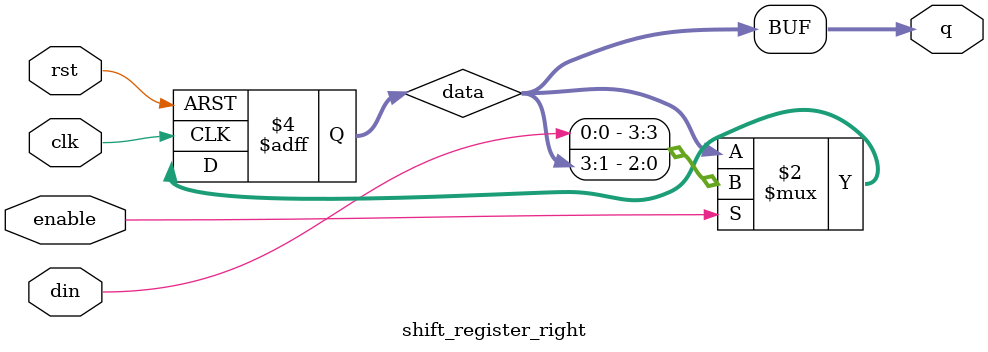
<source format=v>
module shift_register_right (
     /*
Kambale MARUBA E. (1ICE -EN )
Bualuti BUKELE E. (1ICE -EE )
Nkishi DJENGA H. (1ICE -IN ) 
*/
    
    input        clk,
    input        rst,
    input        enable,
    input        din,
    output [3:0] q
);
    reg [3:0] data;
    always @(posedge clk or posedge rst) begin
        if (rst)
            data <= 4'b0000;
        else if (enable)
            data <= {din, data[3:1]}; // Décalage à droite
    end
    assign q = data;
endmodule

</source>
